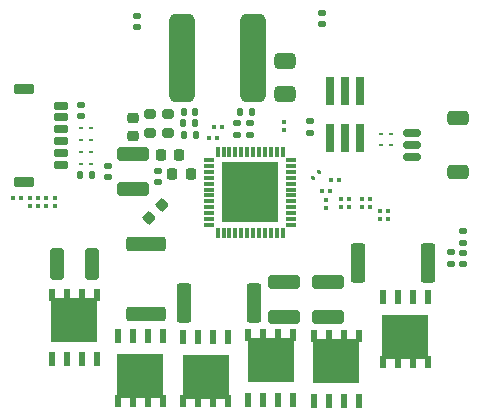
<source format=gtp>
%TF.GenerationSoftware,KiCad,Pcbnew,(7.0.0)*%
%TF.CreationDate,2023-07-15T19:37:13+02:00*%
%TF.ProjectId,Leistungsteil,4c656973-7475-46e6-9773-7465696c2e6b,rev?*%
%TF.SameCoordinates,Original*%
%TF.FileFunction,Paste,Top*%
%TF.FilePolarity,Positive*%
%FSLAX46Y46*%
G04 Gerber Fmt 4.6, Leading zero omitted, Abs format (unit mm)*
G04 Created by KiCad (PCBNEW (7.0.0)) date 2023-07-15 19:37:13*
%MOMM*%
%LPD*%
G01*
G04 APERTURE LIST*
G04 Aperture macros list*
%AMRoundRect*
0 Rectangle with rounded corners*
0 $1 Rounding radius*
0 $2 $3 $4 $5 $6 $7 $8 $9 X,Y pos of 4 corners*
0 Add a 4 corners polygon primitive as box body*
4,1,4,$2,$3,$4,$5,$6,$7,$8,$9,$2,$3,0*
0 Add four circle primitives for the rounded corners*
1,1,$1+$1,$2,$3*
1,1,$1+$1,$4,$5*
1,1,$1+$1,$6,$7*
1,1,$1+$1,$8,$9*
0 Add four rect primitives between the rounded corners*
20,1,$1+$1,$2,$3,$4,$5,0*
20,1,$1+$1,$4,$5,$6,$7,0*
20,1,$1+$1,$6,$7,$8,$9,0*
20,1,$1+$1,$8,$9,$2,$3,0*%
G04 Aperture macros list end*
%ADD10RoundRect,0.135000X-0.185000X0.135000X-0.185000X-0.135000X0.185000X-0.135000X0.185000X0.135000X0*%
%ADD11RoundRect,0.250000X0.650000X-0.350000X0.650000X0.350000X-0.650000X0.350000X-0.650000X-0.350000X0*%
%ADD12RoundRect,0.150000X0.625000X-0.150000X0.625000X0.150000X-0.625000X0.150000X-0.625000X-0.150000X0*%
%ADD13RoundRect,0.079500X-0.079500X-0.100500X0.079500X-0.100500X0.079500X0.100500X-0.079500X0.100500X0*%
%ADD14RoundRect,0.550000X0.550000X-3.200000X0.550000X3.200000X-0.550000X3.200000X-0.550000X-3.200000X0*%
%ADD15RoundRect,0.140000X-0.170000X0.140000X-0.170000X-0.140000X0.170000X-0.140000X0.170000X0.140000X0*%
%ADD16RoundRect,0.079500X0.079500X0.100500X-0.079500X0.100500X-0.079500X-0.100500X0.079500X-0.100500X0*%
%ADD17R,0.610000X1.020000*%
%ADD18R,3.910000X3.810000*%
%ADD19R,0.610000X1.270000*%
%ADD20RoundRect,0.079500X-0.100500X0.079500X-0.100500X-0.079500X0.100500X-0.079500X0.100500X0.079500X0*%
%ADD21RoundRect,0.140000X0.170000X-0.140000X0.170000X0.140000X-0.170000X0.140000X-0.170000X-0.140000X0*%
%ADD22RoundRect,0.250000X-1.100000X0.325000X-1.100000X-0.325000X1.100000X-0.325000X1.100000X0.325000X0*%
%ADD23RoundRect,0.062500X0.117500X0.062500X-0.117500X0.062500X-0.117500X-0.062500X0.117500X-0.062500X0*%
%ADD24RoundRect,0.225000X-0.250000X0.225000X-0.250000X-0.225000X0.250000X-0.225000X0.250000X0.225000X0*%
%ADD25RoundRect,0.140000X0.140000X0.170000X-0.140000X0.170000X-0.140000X-0.170000X0.140000X-0.170000X0*%
%ADD26RoundRect,0.079500X0.100500X-0.079500X0.100500X0.079500X-0.100500X0.079500X-0.100500X-0.079500X0*%
%ADD27R,4.700000X5.075000*%
%ADD28R,0.300000X0.850000*%
%ADD29R,0.850000X0.300000*%
%ADD30RoundRect,0.250000X-1.425000X0.362500X-1.425000X-0.362500X1.425000X-0.362500X1.425000X0.362500X0*%
%ADD31RoundRect,0.225000X-0.625000X0.225000X-0.625000X-0.225000X0.625000X-0.225000X0.625000X0.225000X0*%
%ADD32RoundRect,0.150000X-0.475000X0.150000X-0.475000X-0.150000X0.475000X-0.150000X0.475000X0.150000X0*%
%ADD33R,0.740000X2.400000*%
%ADD34RoundRect,0.335000X0.565000X0.335000X-0.565000X0.335000X-0.565000X-0.335000X0.565000X-0.335000X0*%
%ADD35RoundRect,0.062500X-0.117500X-0.062500X0.117500X-0.062500X0.117500X0.062500X-0.117500X0.062500X0*%
%ADD36RoundRect,0.250000X0.362500X1.425000X-0.362500X1.425000X-0.362500X-1.425000X0.362500X-1.425000X0*%
%ADD37RoundRect,0.135000X0.135000X0.185000X-0.135000X0.185000X-0.135000X-0.185000X0.135000X-0.185000X0*%
%ADD38RoundRect,0.135000X-0.135000X-0.185000X0.135000X-0.185000X0.135000X0.185000X-0.135000X0.185000X0*%
%ADD39RoundRect,0.225000X0.017678X-0.335876X0.335876X-0.017678X-0.017678X0.335876X-0.335876X0.017678X0*%
%ADD40RoundRect,0.079500X0.014849X-0.127279X0.127279X-0.014849X-0.014849X0.127279X-0.127279X0.014849X0*%
%ADD41RoundRect,0.250000X-0.362500X-1.425000X0.362500X-1.425000X0.362500X1.425000X-0.362500X1.425000X0*%
%ADD42RoundRect,0.225000X0.225000X0.250000X-0.225000X0.250000X-0.225000X-0.250000X0.225000X-0.250000X0*%
%ADD43RoundRect,0.200000X0.275000X-0.200000X0.275000X0.200000X-0.275000X0.200000X-0.275000X-0.200000X0*%
%ADD44RoundRect,0.225000X-0.225000X-0.250000X0.225000X-0.250000X0.225000X0.250000X-0.225000X0.250000X0*%
%ADD45RoundRect,0.250000X0.325000X1.100000X-0.325000X1.100000X-0.325000X-1.100000X0.325000X-1.100000X0*%
G04 APERTURE END LIST*
D10*
%TO.C,NTC1*%
X208900000Y-111600000D03*
X208900000Y-110580000D03*
%TD*%
D11*
%TO.C,CAN_Con2*%
X208520000Y-101040000D03*
X208520000Y-105640000D03*
D12*
X204645000Y-102340000D03*
X204645000Y-103340000D03*
X204645000Y-104340000D03*
%TD*%
D13*
%TO.C,R_Fault1*%
X197645000Y-107200000D03*
X196955000Y-107200000D03*
%TD*%
D14*
%TO.C,L1*%
X191155000Y-96000000D03*
X185155000Y-96000000D03*
%TD*%
D15*
%TO.C,C_LDO2*%
X181300000Y-93380000D03*
X181300000Y-92420000D03*
%TD*%
D16*
%TO.C,C_Filter_W1*%
X201875000Y-108900000D03*
X202565000Y-108900000D03*
%TD*%
D17*
%TO.C,Q_P_W_L1*%
X202129999Y-121664999D03*
X203399999Y-121664999D03*
X204669999Y-121664999D03*
X205939999Y-121664999D03*
D18*
X204034999Y-119559999D03*
D19*
X202129999Y-116199999D03*
X203399999Y-116199999D03*
X204669999Y-116199999D03*
X205939999Y-116199999D03*
%TD*%
D20*
%TO.C,C_Filter_U1*%
X199300000Y-108590000D03*
X199300000Y-107900000D03*
%TD*%
D21*
%TO.C,C_SPI2*%
X196000000Y-101320000D03*
X196000000Y-102280000D03*
%TD*%
%TO.C,C_LDO1*%
X197000000Y-92120000D03*
X197000000Y-93080000D03*
%TD*%
D22*
%TO.C,C_IN6*%
X197500000Y-117875000D03*
X197500000Y-114925000D03*
%TD*%
D23*
%TO.C,D1_ESD3*%
X177415000Y-103900000D03*
X176575000Y-103900000D03*
%TD*%
%TO.C,D1_ESD2*%
X177415000Y-102900000D03*
X176575000Y-102900000D03*
%TD*%
D24*
%TO.C,C_5V1*%
X180955000Y-102575000D03*
X180955000Y-101025000D03*
%TD*%
D10*
%TO.C,R_SENS_Temp1*%
X207900000Y-113400000D03*
X207900000Y-112380000D03*
%TD*%
D25*
%TO.C,C_FB1*%
X185275000Y-100500000D03*
X186235000Y-100500000D03*
%TD*%
D17*
%TO.C,Q_P_V_H1*%
X194559999Y-119454999D03*
X193289999Y-119454999D03*
X192019999Y-119454999D03*
X190749999Y-119454999D03*
D18*
X192654999Y-121559999D03*
D19*
X194559999Y-124919999D03*
X193289999Y-124919999D03*
X192019999Y-124919999D03*
X190749999Y-124919999D03*
%TD*%
D13*
%TO.C,R_BAT1*%
X171545000Y-107800000D03*
X170855000Y-107800000D03*
%TD*%
D26*
%TO.C,C_Vref1*%
X197300000Y-107955000D03*
X197300000Y-108645000D03*
%TD*%
D17*
%TO.C,Q_P_U_L1*%
X179689999Y-124999999D03*
X180959999Y-124999999D03*
X182229999Y-124999999D03*
X183499999Y-124999999D03*
D18*
X181594999Y-122894999D03*
D19*
X179689999Y-119534999D03*
X180959999Y-119534999D03*
X182229999Y-119534999D03*
X183499999Y-119534999D03*
%TD*%
D13*
%TO.C,R_BAT2*%
X172945000Y-107800000D03*
X172255000Y-107800000D03*
%TD*%
D26*
%TO.C,R_CS2*%
X201050000Y-107875000D03*
X201050000Y-108565000D03*
%TD*%
D17*
%TO.C,Q_P_U_H1*%
X177904999Y-116004999D03*
X176634999Y-116004999D03*
X175364999Y-116004999D03*
X174094999Y-116004999D03*
D18*
X175999999Y-118109999D03*
D19*
X177904999Y-121469999D03*
X176634999Y-121469999D03*
X175364999Y-121469999D03*
X174094999Y-121469999D03*
%TD*%
D26*
%TO.C,C_DVDD1*%
X193800000Y-101355000D03*
X193800000Y-102045000D03*
%TD*%
D22*
%TO.C,C_1*%
X181005000Y-107075000D03*
X181005000Y-104125000D03*
%TD*%
D16*
%TO.C,R_RT/SD1*%
X187417500Y-102700000D03*
X188107500Y-102700000D03*
%TD*%
D27*
%TO.C,M1*%
X190904999Y-107349999D03*
D28*
X188154999Y-103899999D03*
X188654999Y-103899999D03*
X189154999Y-103899999D03*
X189654999Y-103899999D03*
X190154999Y-103899999D03*
X190654999Y-103899999D03*
X191154999Y-103899999D03*
X191654999Y-103899999D03*
X192154999Y-103899999D03*
X192654999Y-103899999D03*
X193154999Y-103899999D03*
X193654999Y-103899999D03*
D29*
X194354999Y-104599999D03*
X194354999Y-105099999D03*
X194354999Y-105599999D03*
X194354999Y-106099999D03*
X194354999Y-106599999D03*
X194354999Y-107099999D03*
X194354999Y-107599999D03*
X194354999Y-108099999D03*
X194354999Y-108599999D03*
X194354999Y-109099999D03*
X194354999Y-109599999D03*
X194354999Y-110099999D03*
D28*
X193654999Y-110799999D03*
X193154999Y-110799999D03*
X192654999Y-110799999D03*
X192154999Y-110799999D03*
X191654999Y-110799999D03*
X191154999Y-110799999D03*
X190654999Y-110799999D03*
X190154999Y-110799999D03*
X189654999Y-110799999D03*
X189154999Y-110799999D03*
X188654999Y-110799999D03*
X188154999Y-110799999D03*
D29*
X187454999Y-110099999D03*
X187454999Y-109599999D03*
X187454999Y-109099999D03*
X187454999Y-108599999D03*
X187454999Y-108099999D03*
X187454999Y-107599999D03*
X187454999Y-107099999D03*
X187454999Y-106599999D03*
X187454999Y-106099999D03*
X187454999Y-105599999D03*
X187454999Y-105099999D03*
X187454999Y-104599999D03*
%TD*%
D30*
%TO.C,Rs_P_U1*%
X182100000Y-117662500D03*
X182100000Y-111737500D03*
%TD*%
D13*
%TO.C,D_VBAT1*%
X172945000Y-108500000D03*
X172255000Y-108500000D03*
%TD*%
D17*
%TO.C,Q_P_W_H1*%
X200109999Y-119499999D03*
X198839999Y-119499999D03*
X197569999Y-119499999D03*
X196299999Y-119499999D03*
D18*
X198204999Y-121604999D03*
D19*
X200109999Y-124964999D03*
X198839999Y-124964999D03*
X197569999Y-124964999D03*
X196299999Y-124964999D03*
%TD*%
D21*
%TO.C,C_VM1*%
X178900000Y-105120000D03*
X178900000Y-106080000D03*
%TD*%
D31*
%TO.C,JST_SPI1*%
X171775000Y-106450000D03*
X171775000Y-98550000D03*
D32*
X174900000Y-105000000D03*
X174900000Y-104000000D03*
X174900000Y-103000000D03*
X174900000Y-102000000D03*
X174900000Y-101000000D03*
X174900000Y-100000000D03*
%TD*%
D33*
%TO.C,SPI2*%
X200219999Y-98799999D03*
X200219999Y-102699999D03*
X198949999Y-98799999D03*
X198949999Y-102699999D03*
X197679999Y-98799999D03*
X197679999Y-102699999D03*
%TD*%
D16*
%TO.C,R_RCL1*%
X187855000Y-101800000D03*
X188545000Y-101800000D03*
%TD*%
D34*
%TO.C,D1*%
X193855000Y-99050000D03*
X193855000Y-96190000D03*
%TD*%
D15*
%TO.C,C_IN7*%
X190900000Y-102460000D03*
X190900000Y-101500000D03*
%TD*%
D21*
%TO.C,C_VM2*%
X183100000Y-105520000D03*
X183100000Y-106480000D03*
%TD*%
D26*
%TO.C,R_CS1*%
X198600000Y-107900000D03*
X198600000Y-108590000D03*
%TD*%
D35*
%TO.C,D1_ESD5*%
X202025000Y-103340000D03*
X202865000Y-103340000D03*
%TD*%
D36*
%TO.C,Rs_P_V1*%
X185337500Y-116700000D03*
X191262500Y-116700000D03*
%TD*%
D13*
%TO.C,R_SDO_PU1*%
X198445000Y-106300000D03*
X197755000Y-106300000D03*
%TD*%
D21*
%TO.C,C_VCC1*%
X189800000Y-101500000D03*
X189800000Y-102460000D03*
%TD*%
D23*
%TO.C,D1_ESD4*%
X177395000Y-104900000D03*
X176555000Y-104900000D03*
%TD*%
D25*
%TO.C,C_BST1*%
X190075000Y-100500000D03*
X191035000Y-100500000D03*
%TD*%
D37*
%TO.C,R_CAN1*%
X176475000Y-105900000D03*
X177495000Y-105900000D03*
%TD*%
%TO.C,R_FB2*%
X185265000Y-102500000D03*
X186285000Y-102500000D03*
%TD*%
D17*
%TO.C,Q_P_V_L1*%
X185229999Y-125044999D03*
X186499999Y-125044999D03*
X187769999Y-125044999D03*
X189039999Y-125044999D03*
D18*
X187134999Y-122939999D03*
D19*
X185229999Y-119579999D03*
X186499999Y-119579999D03*
X187769999Y-119579999D03*
X189039999Y-119579999D03*
%TD*%
D38*
%TO.C,R_FB1*%
X186265000Y-101500000D03*
X185245000Y-101500000D03*
%TD*%
D13*
%TO.C,C_VM_1*%
X174345000Y-108500000D03*
X173655000Y-108500000D03*
%TD*%
%TO.C,R_VM_1*%
X174345000Y-107800000D03*
X173655000Y-107800000D03*
%TD*%
D23*
%TO.C,D1_ESD1*%
X177415000Y-101900000D03*
X176575000Y-101900000D03*
%TD*%
D39*
%TO.C,C_VDRAIN1*%
X183448008Y-108451992D03*
X182351992Y-109548008D03*
%TD*%
D15*
%TO.C,C_SPI1*%
X176575000Y-100880000D03*
X176575000Y-99920000D03*
%TD*%
D40*
%TO.C,R_SCLK1*%
X196743952Y-105656048D03*
X196256048Y-106143952D03*
%TD*%
D22*
%TO.C,C_IN5*%
X193800000Y-117875000D03*
X193800000Y-114925000D03*
%TD*%
D41*
%TO.C,Rs_P_W1*%
X205962500Y-113300000D03*
X200037500Y-113300000D03*
%TD*%
D42*
%TO.C,C_DVDD2*%
X183325000Y-104200000D03*
X184875000Y-104200000D03*
%TD*%
D43*
%TO.C,R_C_s2*%
X183915000Y-100700000D03*
X183915000Y-102350000D03*
%TD*%
D35*
%TO.C,D1_ESD6*%
X202025000Y-102440000D03*
X202865000Y-102440000D03*
%TD*%
D44*
%TO.C,C_PUMP1*%
X185875000Y-105800000D03*
X184325000Y-105800000D03*
%TD*%
D20*
%TO.C,C_Filter_V1*%
X200350000Y-108565000D03*
X200350000Y-107875000D03*
%TD*%
D45*
%TO.C,C_IN4*%
X174525000Y-113400000D03*
X177475000Y-113400000D03*
%TD*%
D15*
%TO.C,C_SENS_Temp1*%
X208910000Y-113430000D03*
X208910000Y-112470000D03*
%TD*%
D43*
%TO.C,R_C_s1*%
X182455000Y-100675000D03*
X182455000Y-102325000D03*
%TD*%
D13*
%TO.C,R_CS3*%
X202565000Y-109600000D03*
X201875000Y-109600000D03*
%TD*%
M02*

</source>
